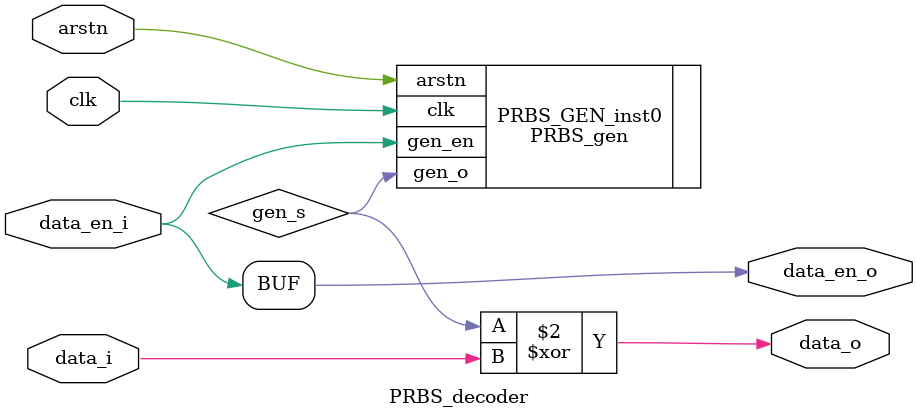
<source format=v>
`timescale 1ns / 1ps


module PRBS_decoder(
    input clk,
    input arstn,
    input data_i,
    input data_en_i,
    output data_o,
    output data_en_o
    );
    
    wire gen_s;
    //reg data_q;
    reg data_en_q;
    
PRBS_gen PRBS_GEN_inst0(
        .clk(clk),
        .arstn(arstn),
        .gen_en(data_en_i),//in
        .gen_o(gen_s)//out
);
/*
always @(posedge clk or negedge arstn)begin
    if(arstn == 0)begin
        //data_q <=0;
        data_en_q <=0;
        
    end else begin
        //data_q <= data_i;
        data_en_q <= data_en_i;
    end
end */

assign data_o = gen_s^^data_i;
assign data_en_o = data_en_i;

endmodule

</source>
